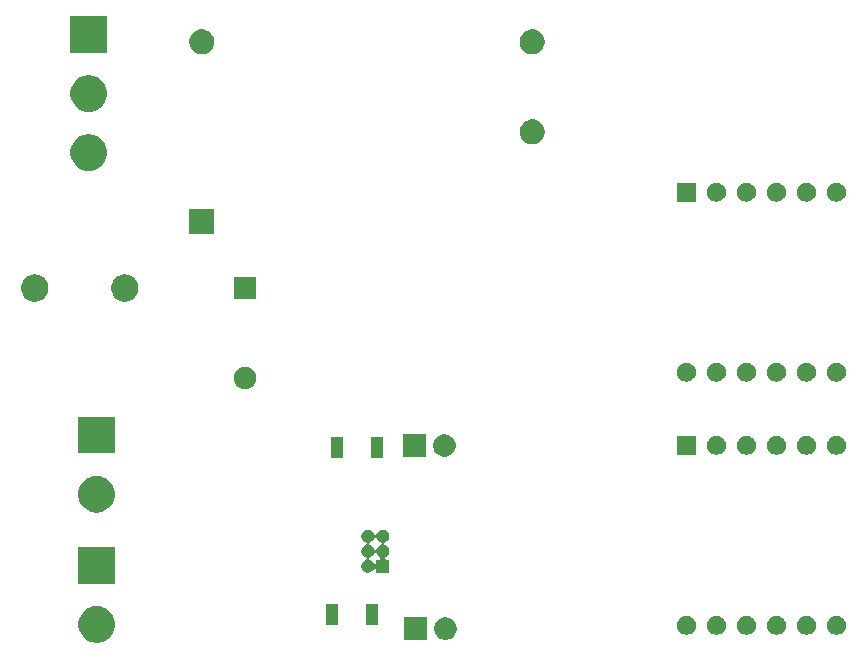
<source format=gbr>
G04 #@! TF.GenerationSoftware,KiCad,Pcbnew,(5.1.5)-3*
G04 #@! TF.CreationDate,2023-05-28T15:04:11-04:00*
G04 #@! TF.ProjectId,Controlador-temperatura,436f6e74-726f-46c6-9164-6f722d74656d,rev?*
G04 #@! TF.SameCoordinates,Original*
G04 #@! TF.FileFunction,Soldermask,Bot*
G04 #@! TF.FilePolarity,Negative*
%FSLAX46Y46*%
G04 Gerber Fmt 4.6, Leading zero omitted, Abs format (unit mm)*
G04 Created by KiCad (PCBNEW (5.1.5)-3) date 2023-05-28 15:04:11*
%MOMM*%
%LPD*%
G04 APERTURE LIST*
%ADD10C,0.100000*%
G04 APERTURE END LIST*
D10*
G36*
X43088885Y33998898D02*
G01*
X43238710Y33969096D01*
X43520974Y33852179D01*
X43775005Y33682441D01*
X43991041Y33466405D01*
X44160779Y33212374D01*
X44264874Y32961065D01*
X44277696Y32930109D01*
X44337125Y32631343D01*
X44337300Y32630460D01*
X44337300Y32324940D01*
X44277696Y32025290D01*
X44160779Y31743026D01*
X43991041Y31488995D01*
X43775005Y31272959D01*
X43520974Y31103221D01*
X43238710Y30986304D01*
X43088885Y30956502D01*
X42939061Y30926700D01*
X42633539Y30926700D01*
X42483715Y30956502D01*
X42333890Y30986304D01*
X42051626Y31103221D01*
X41797595Y31272959D01*
X41581559Y31488995D01*
X41411821Y31743026D01*
X41294904Y32025290D01*
X41235300Y32324940D01*
X41235300Y32630460D01*
X41235476Y32631343D01*
X41294904Y32930109D01*
X41307726Y32961065D01*
X41411821Y33212374D01*
X41581559Y33466405D01*
X41797595Y33682441D01*
X42051626Y33852179D01*
X42333890Y33969096D01*
X42483715Y33998898D01*
X42633539Y34028700D01*
X42939061Y34028700D01*
X43088885Y33998898D01*
G37*
G36*
X72578495Y33032754D02*
G01*
X72751566Y32961066D01*
X72751567Y32961065D01*
X72907327Y32856990D01*
X73039790Y32724527D01*
X73039791Y32724525D01*
X73143866Y32568766D01*
X73215554Y32395695D01*
X73252100Y32211967D01*
X73252100Y32024633D01*
X73215554Y31840905D01*
X73143866Y31667834D01*
X73116903Y31627481D01*
X73039790Y31512073D01*
X72907327Y31379610D01*
X72828918Y31327219D01*
X72751566Y31275534D01*
X72578495Y31203846D01*
X72394767Y31167300D01*
X72207433Y31167300D01*
X72023705Y31203846D01*
X71850634Y31275534D01*
X71773282Y31327219D01*
X71694873Y31379610D01*
X71562410Y31512073D01*
X71485297Y31627481D01*
X71458334Y31667834D01*
X71386646Y31840905D01*
X71350100Y32024633D01*
X71350100Y32211967D01*
X71386646Y32395695D01*
X71458334Y32568766D01*
X71562409Y32724525D01*
X71562410Y32724527D01*
X71694873Y32856990D01*
X71850633Y32961065D01*
X71850634Y32961066D01*
X72023705Y33032754D01*
X72207433Y33069300D01*
X72394767Y33069300D01*
X72578495Y33032754D01*
G37*
G36*
X70712100Y31167300D02*
G01*
X68810100Y31167300D01*
X68810100Y33069300D01*
X70712100Y33069300D01*
X70712100Y31167300D01*
G37*
G36*
X92943642Y33167919D02*
G01*
X93089414Y33107538D01*
X93089416Y33107537D01*
X93220608Y33019878D01*
X93332178Y32908308D01*
X93366467Y32856990D01*
X93419838Y32777114D01*
X93480219Y32631342D01*
X93511000Y32476593D01*
X93511000Y32318807D01*
X93480219Y32164058D01*
X93422739Y32025290D01*
X93419837Y32018284D01*
X93332178Y31887092D01*
X93220608Y31775522D01*
X93089416Y31687863D01*
X93089415Y31687862D01*
X93089414Y31687862D01*
X92943642Y31627481D01*
X92788893Y31596700D01*
X92631107Y31596700D01*
X92476358Y31627481D01*
X92330586Y31687862D01*
X92330585Y31687862D01*
X92330584Y31687863D01*
X92199392Y31775522D01*
X92087822Y31887092D01*
X92000163Y32018284D01*
X91997261Y32025290D01*
X91939781Y32164058D01*
X91909000Y32318807D01*
X91909000Y32476593D01*
X91939781Y32631342D01*
X92000162Y32777114D01*
X92053533Y32856990D01*
X92087822Y32908308D01*
X92199392Y33019878D01*
X92330584Y33107537D01*
X92330586Y33107538D01*
X92476358Y33167919D01*
X92631107Y33198700D01*
X92788893Y33198700D01*
X92943642Y33167919D01*
G37*
G36*
X95483642Y33167919D02*
G01*
X95629414Y33107538D01*
X95629416Y33107537D01*
X95760608Y33019878D01*
X95872178Y32908308D01*
X95906467Y32856990D01*
X95959838Y32777114D01*
X96020219Y32631342D01*
X96051000Y32476593D01*
X96051000Y32318807D01*
X96020219Y32164058D01*
X95962739Y32025290D01*
X95959837Y32018284D01*
X95872178Y31887092D01*
X95760608Y31775522D01*
X95629416Y31687863D01*
X95629415Y31687862D01*
X95629414Y31687862D01*
X95483642Y31627481D01*
X95328893Y31596700D01*
X95171107Y31596700D01*
X95016358Y31627481D01*
X94870586Y31687862D01*
X94870585Y31687862D01*
X94870584Y31687863D01*
X94739392Y31775522D01*
X94627822Y31887092D01*
X94540163Y32018284D01*
X94537261Y32025290D01*
X94479781Y32164058D01*
X94449000Y32318807D01*
X94449000Y32476593D01*
X94479781Y32631342D01*
X94540162Y32777114D01*
X94593533Y32856990D01*
X94627822Y32908308D01*
X94739392Y33019878D01*
X94870584Y33107537D01*
X94870586Y33107538D01*
X95016358Y33167919D01*
X95171107Y33198700D01*
X95328893Y33198700D01*
X95483642Y33167919D01*
G37*
G36*
X98023642Y33167919D02*
G01*
X98169414Y33107538D01*
X98169416Y33107537D01*
X98300608Y33019878D01*
X98412178Y32908308D01*
X98446467Y32856990D01*
X98499838Y32777114D01*
X98560219Y32631342D01*
X98591000Y32476593D01*
X98591000Y32318807D01*
X98560219Y32164058D01*
X98502739Y32025290D01*
X98499837Y32018284D01*
X98412178Y31887092D01*
X98300608Y31775522D01*
X98169416Y31687863D01*
X98169415Y31687862D01*
X98169414Y31687862D01*
X98023642Y31627481D01*
X97868893Y31596700D01*
X97711107Y31596700D01*
X97556358Y31627481D01*
X97410586Y31687862D01*
X97410585Y31687862D01*
X97410584Y31687863D01*
X97279392Y31775522D01*
X97167822Y31887092D01*
X97080163Y32018284D01*
X97077261Y32025290D01*
X97019781Y32164058D01*
X96989000Y32318807D01*
X96989000Y32476593D01*
X97019781Y32631342D01*
X97080162Y32777114D01*
X97133533Y32856990D01*
X97167822Y32908308D01*
X97279392Y33019878D01*
X97410584Y33107537D01*
X97410586Y33107538D01*
X97556358Y33167919D01*
X97711107Y33198700D01*
X97868893Y33198700D01*
X98023642Y33167919D01*
G37*
G36*
X100563642Y33167919D02*
G01*
X100709414Y33107538D01*
X100709416Y33107537D01*
X100840608Y33019878D01*
X100952178Y32908308D01*
X100986467Y32856990D01*
X101039838Y32777114D01*
X101100219Y32631342D01*
X101131000Y32476593D01*
X101131000Y32318807D01*
X101100219Y32164058D01*
X101042739Y32025290D01*
X101039837Y32018284D01*
X100952178Y31887092D01*
X100840608Y31775522D01*
X100709416Y31687863D01*
X100709415Y31687862D01*
X100709414Y31687862D01*
X100563642Y31627481D01*
X100408893Y31596700D01*
X100251107Y31596700D01*
X100096358Y31627481D01*
X99950586Y31687862D01*
X99950585Y31687862D01*
X99950584Y31687863D01*
X99819392Y31775522D01*
X99707822Y31887092D01*
X99620163Y32018284D01*
X99617261Y32025290D01*
X99559781Y32164058D01*
X99529000Y32318807D01*
X99529000Y32476593D01*
X99559781Y32631342D01*
X99620162Y32777114D01*
X99673533Y32856990D01*
X99707822Y32908308D01*
X99819392Y33019878D01*
X99950584Y33107537D01*
X99950586Y33107538D01*
X100096358Y33167919D01*
X100251107Y33198700D01*
X100408893Y33198700D01*
X100563642Y33167919D01*
G37*
G36*
X103103642Y33167919D02*
G01*
X103249414Y33107538D01*
X103249416Y33107537D01*
X103380608Y33019878D01*
X103492178Y32908308D01*
X103526467Y32856990D01*
X103579838Y32777114D01*
X103640219Y32631342D01*
X103671000Y32476593D01*
X103671000Y32318807D01*
X103640219Y32164058D01*
X103582739Y32025290D01*
X103579837Y32018284D01*
X103492178Y31887092D01*
X103380608Y31775522D01*
X103249416Y31687863D01*
X103249415Y31687862D01*
X103249414Y31687862D01*
X103103642Y31627481D01*
X102948893Y31596700D01*
X102791107Y31596700D01*
X102636358Y31627481D01*
X102490586Y31687862D01*
X102490585Y31687862D01*
X102490584Y31687863D01*
X102359392Y31775522D01*
X102247822Y31887092D01*
X102160163Y32018284D01*
X102157261Y32025290D01*
X102099781Y32164058D01*
X102069000Y32318807D01*
X102069000Y32476593D01*
X102099781Y32631342D01*
X102160162Y32777114D01*
X102213533Y32856990D01*
X102247822Y32908308D01*
X102359392Y33019878D01*
X102490584Y33107537D01*
X102490586Y33107538D01*
X102636358Y33167919D01*
X102791107Y33198700D01*
X102948893Y33198700D01*
X103103642Y33167919D01*
G37*
G36*
X105643642Y33167919D02*
G01*
X105789414Y33107538D01*
X105789416Y33107537D01*
X105920608Y33019878D01*
X106032178Y32908308D01*
X106066467Y32856990D01*
X106119838Y32777114D01*
X106180219Y32631342D01*
X106211000Y32476593D01*
X106211000Y32318807D01*
X106180219Y32164058D01*
X106122739Y32025290D01*
X106119837Y32018284D01*
X106032178Y31887092D01*
X105920608Y31775522D01*
X105789416Y31687863D01*
X105789415Y31687862D01*
X105789414Y31687862D01*
X105643642Y31627481D01*
X105488893Y31596700D01*
X105331107Y31596700D01*
X105176358Y31627481D01*
X105030586Y31687862D01*
X105030585Y31687862D01*
X105030584Y31687863D01*
X104899392Y31775522D01*
X104787822Y31887092D01*
X104700163Y32018284D01*
X104697261Y32025290D01*
X104639781Y32164058D01*
X104609000Y32318807D01*
X104609000Y32476593D01*
X104639781Y32631342D01*
X104700162Y32777114D01*
X104753533Y32856990D01*
X104787822Y32908308D01*
X104899392Y33019878D01*
X105030584Y33107537D01*
X105030586Y33107538D01*
X105176358Y33167919D01*
X105331107Y33198700D01*
X105488893Y33198700D01*
X105643642Y33167919D01*
G37*
G36*
X63202700Y32411100D02*
G01*
X62200700Y32411100D01*
X62200700Y34213100D01*
X63202700Y34213100D01*
X63202700Y32411100D01*
G37*
G36*
X66602700Y32411100D02*
G01*
X65600700Y32411100D01*
X65600700Y34213100D01*
X66602700Y34213100D01*
X66602700Y32411100D01*
G37*
G36*
X44337300Y35926700D02*
G01*
X41235300Y35926700D01*
X41235300Y39028700D01*
X44337300Y39028700D01*
X44337300Y35926700D01*
G37*
G36*
X65895921Y40484026D02*
G01*
X65996195Y40442491D01*
X65996196Y40442490D01*
X66086442Y40382190D01*
X66163190Y40305442D01*
X66163191Y40305440D01*
X66223491Y40215195D01*
X66254716Y40139811D01*
X66266267Y40118200D01*
X66281812Y40099259D01*
X66300754Y40083713D01*
X66322365Y40072162D01*
X66345814Y40065049D01*
X66370200Y40062647D01*
X66394586Y40065049D01*
X66418035Y40072162D01*
X66439646Y40083713D01*
X66458587Y40099258D01*
X66474133Y40118200D01*
X66485684Y40139811D01*
X66516909Y40215195D01*
X66577209Y40305440D01*
X66577210Y40305442D01*
X66653958Y40382190D01*
X66744204Y40442490D01*
X66744205Y40442491D01*
X66844479Y40484026D01*
X66950930Y40505200D01*
X67059470Y40505200D01*
X67165921Y40484026D01*
X67266195Y40442491D01*
X67266196Y40442490D01*
X67356442Y40382190D01*
X67433190Y40305442D01*
X67433191Y40305440D01*
X67493491Y40215195D01*
X67535026Y40114921D01*
X67556200Y40008470D01*
X67556200Y39899930D01*
X67535026Y39793479D01*
X67493491Y39693205D01*
X67493490Y39693204D01*
X67433190Y39602958D01*
X67356442Y39526210D01*
X67311012Y39495855D01*
X67266195Y39465909D01*
X67190811Y39434684D01*
X67169200Y39423133D01*
X67150259Y39407588D01*
X67134713Y39388646D01*
X67123162Y39367035D01*
X67116049Y39343586D01*
X67113647Y39319200D01*
X67116049Y39294814D01*
X67123162Y39271365D01*
X67134713Y39249754D01*
X67150258Y39230813D01*
X67169200Y39215267D01*
X67190811Y39203716D01*
X67266195Y39172491D01*
X67266196Y39172490D01*
X67356442Y39112190D01*
X67433190Y39035442D01*
X67433191Y39035440D01*
X67493491Y38945195D01*
X67535026Y38844921D01*
X67556200Y38738470D01*
X67556200Y38629930D01*
X67535026Y38523479D01*
X67493491Y38423205D01*
X67493490Y38423204D01*
X67433190Y38332958D01*
X67356442Y38256210D01*
X67325016Y38235212D01*
X67263536Y38194132D01*
X67244594Y38178586D01*
X67229049Y38159644D01*
X67217498Y38138033D01*
X67210385Y38114585D01*
X67207983Y38090198D01*
X67210385Y38065812D01*
X67217498Y38042363D01*
X67229049Y38020753D01*
X67244595Y38001811D01*
X67263537Y37986266D01*
X67285148Y37974715D01*
X67308596Y37967602D01*
X67332982Y37965200D01*
X67556200Y37965200D01*
X67556200Y36863200D01*
X66454200Y36863200D01*
X66454200Y37086418D01*
X66451798Y37110804D01*
X66444685Y37134253D01*
X66433134Y37155864D01*
X66417589Y37174806D01*
X66398647Y37190351D01*
X66377036Y37201902D01*
X66353587Y37209015D01*
X66329201Y37211417D01*
X66304815Y37209015D01*
X66281366Y37201902D01*
X66259755Y37190351D01*
X66240813Y37174806D01*
X66225268Y37155864D01*
X66184188Y37094384D01*
X66163190Y37062958D01*
X66086442Y36986210D01*
X66041012Y36955855D01*
X65996195Y36925909D01*
X65895921Y36884374D01*
X65789470Y36863200D01*
X65680930Y36863200D01*
X65574479Y36884374D01*
X65474205Y36925909D01*
X65429388Y36955855D01*
X65383958Y36986210D01*
X65307210Y37062958D01*
X65275241Y37110804D01*
X65246909Y37153205D01*
X65205374Y37253479D01*
X65184200Y37359930D01*
X65184200Y37468470D01*
X65205374Y37574921D01*
X65246909Y37675195D01*
X65307209Y37765440D01*
X65307210Y37765442D01*
X65383958Y37842190D01*
X65474204Y37902490D01*
X65474205Y37902491D01*
X65549589Y37933716D01*
X65571200Y37945267D01*
X65590141Y37960812D01*
X65605687Y37979754D01*
X65617238Y38001365D01*
X65624351Y38024814D01*
X65626753Y38049200D01*
X65843647Y38049200D01*
X65846049Y38024814D01*
X65853162Y38001365D01*
X65864713Y37979754D01*
X65880258Y37960813D01*
X65899200Y37945267D01*
X65920811Y37933716D01*
X65996195Y37902491D01*
X65996196Y37902490D01*
X66086442Y37842190D01*
X66163190Y37765442D01*
X66163191Y37765440D01*
X66225268Y37672536D01*
X66240814Y37653594D01*
X66259756Y37638049D01*
X66281367Y37626498D01*
X66304815Y37619385D01*
X66329202Y37616983D01*
X66353588Y37619385D01*
X66377037Y37626498D01*
X66398647Y37638049D01*
X66417589Y37653595D01*
X66433134Y37672537D01*
X66444685Y37694148D01*
X66451798Y37717596D01*
X66454200Y37741982D01*
X66454200Y37965200D01*
X66677418Y37965200D01*
X66701804Y37967602D01*
X66725253Y37974715D01*
X66746864Y37986266D01*
X66765806Y38001811D01*
X66781351Y38020753D01*
X66792902Y38042364D01*
X66800015Y38065813D01*
X66802417Y38090199D01*
X66800015Y38114585D01*
X66792902Y38138034D01*
X66781351Y38159645D01*
X66765806Y38178587D01*
X66746864Y38194132D01*
X66685384Y38235212D01*
X66653958Y38256210D01*
X66577210Y38332958D01*
X66516910Y38423204D01*
X66516909Y38423205D01*
X66485684Y38498589D01*
X66474133Y38520200D01*
X66458588Y38539141D01*
X66439646Y38554687D01*
X66418035Y38566238D01*
X66394586Y38573351D01*
X66370200Y38575753D01*
X66345814Y38573351D01*
X66322365Y38566238D01*
X66300754Y38554687D01*
X66281813Y38539142D01*
X66266267Y38520200D01*
X66254716Y38498589D01*
X66223491Y38423205D01*
X66223490Y38423204D01*
X66163190Y38332958D01*
X66086442Y38256210D01*
X66041012Y38225855D01*
X65996195Y38195909D01*
X65920811Y38164684D01*
X65899200Y38153133D01*
X65880259Y38137588D01*
X65864713Y38118646D01*
X65853162Y38097035D01*
X65846049Y38073586D01*
X65843647Y38049200D01*
X65626753Y38049200D01*
X65624351Y38073586D01*
X65617238Y38097035D01*
X65605687Y38118646D01*
X65590142Y38137587D01*
X65571200Y38153133D01*
X65549589Y38164684D01*
X65474205Y38195909D01*
X65429388Y38225855D01*
X65383958Y38256210D01*
X65307210Y38332958D01*
X65246910Y38423204D01*
X65246909Y38423205D01*
X65205374Y38523479D01*
X65184200Y38629930D01*
X65184200Y38738470D01*
X65205374Y38844921D01*
X65246909Y38945195D01*
X65307209Y39035440D01*
X65307210Y39035442D01*
X65383958Y39112190D01*
X65474204Y39172490D01*
X65474205Y39172491D01*
X65549589Y39203716D01*
X65571200Y39215267D01*
X65590141Y39230812D01*
X65605687Y39249754D01*
X65617238Y39271365D01*
X65624351Y39294814D01*
X65626753Y39319200D01*
X65843647Y39319200D01*
X65846049Y39294814D01*
X65853162Y39271365D01*
X65864713Y39249754D01*
X65880258Y39230813D01*
X65899200Y39215267D01*
X65920811Y39203716D01*
X65996195Y39172491D01*
X65996196Y39172490D01*
X66086442Y39112190D01*
X66163190Y39035442D01*
X66163191Y39035440D01*
X66223491Y38945195D01*
X66254716Y38869811D01*
X66266267Y38848200D01*
X66281812Y38829259D01*
X66300754Y38813713D01*
X66322365Y38802162D01*
X66345814Y38795049D01*
X66370200Y38792647D01*
X66394586Y38795049D01*
X66418035Y38802162D01*
X66439646Y38813713D01*
X66458587Y38829258D01*
X66474133Y38848200D01*
X66485684Y38869811D01*
X66516909Y38945195D01*
X66577209Y39035440D01*
X66577210Y39035442D01*
X66653958Y39112190D01*
X66744204Y39172490D01*
X66744205Y39172491D01*
X66819589Y39203716D01*
X66841200Y39215267D01*
X66860141Y39230812D01*
X66875687Y39249754D01*
X66887238Y39271365D01*
X66894351Y39294814D01*
X66896753Y39319200D01*
X66894351Y39343586D01*
X66887238Y39367035D01*
X66875687Y39388646D01*
X66860142Y39407587D01*
X66841200Y39423133D01*
X66819589Y39434684D01*
X66744205Y39465909D01*
X66699388Y39495855D01*
X66653958Y39526210D01*
X66577210Y39602958D01*
X66516910Y39693204D01*
X66516909Y39693205D01*
X66485684Y39768589D01*
X66474133Y39790200D01*
X66458588Y39809141D01*
X66439646Y39824687D01*
X66418035Y39836238D01*
X66394586Y39843351D01*
X66370200Y39845753D01*
X66345814Y39843351D01*
X66322365Y39836238D01*
X66300754Y39824687D01*
X66281813Y39809142D01*
X66266267Y39790200D01*
X66254716Y39768589D01*
X66223491Y39693205D01*
X66223490Y39693204D01*
X66163190Y39602958D01*
X66086442Y39526210D01*
X66041012Y39495855D01*
X65996195Y39465909D01*
X65920811Y39434684D01*
X65899200Y39423133D01*
X65880259Y39407588D01*
X65864713Y39388646D01*
X65853162Y39367035D01*
X65846049Y39343586D01*
X65843647Y39319200D01*
X65626753Y39319200D01*
X65624351Y39343586D01*
X65617238Y39367035D01*
X65605687Y39388646D01*
X65590142Y39407587D01*
X65571200Y39423133D01*
X65549589Y39434684D01*
X65474205Y39465909D01*
X65429388Y39495855D01*
X65383958Y39526210D01*
X65307210Y39602958D01*
X65246910Y39693204D01*
X65246909Y39693205D01*
X65205374Y39793479D01*
X65184200Y39899930D01*
X65184200Y40008470D01*
X65205374Y40114921D01*
X65246909Y40215195D01*
X65307209Y40305440D01*
X65307210Y40305442D01*
X65383958Y40382190D01*
X65474204Y40442490D01*
X65474205Y40442491D01*
X65574479Y40484026D01*
X65680930Y40505200D01*
X65789470Y40505200D01*
X65895921Y40484026D01*
G37*
G36*
X43050785Y45022498D02*
G01*
X43200610Y44992696D01*
X43482874Y44875779D01*
X43736905Y44706041D01*
X43952941Y44490005D01*
X44122679Y44235974D01*
X44239596Y43953710D01*
X44299200Y43654060D01*
X44299200Y43348540D01*
X44239596Y43048890D01*
X44122679Y42766626D01*
X43952941Y42512595D01*
X43736905Y42296559D01*
X43482874Y42126821D01*
X43200610Y42009904D01*
X43050785Y41980102D01*
X42900961Y41950300D01*
X42595439Y41950300D01*
X42445615Y41980102D01*
X42295790Y42009904D01*
X42013526Y42126821D01*
X41759495Y42296559D01*
X41543459Y42512595D01*
X41373721Y42766626D01*
X41256804Y43048890D01*
X41197200Y43348540D01*
X41197200Y43654060D01*
X41256804Y43953710D01*
X41373721Y44235974D01*
X41543459Y44490005D01*
X41759495Y44706041D01*
X42013526Y44875779D01*
X42295790Y44992696D01*
X42445615Y45022498D01*
X42595439Y45052300D01*
X42900961Y45052300D01*
X43050785Y45022498D01*
G37*
G36*
X67034500Y46571600D02*
G01*
X66032500Y46571600D01*
X66032500Y48373600D01*
X67034500Y48373600D01*
X67034500Y46571600D01*
G37*
G36*
X63634500Y46571600D02*
G01*
X62632500Y46571600D01*
X62632500Y48373600D01*
X63634500Y48373600D01*
X63634500Y46571600D01*
G37*
G36*
X70623200Y46674000D02*
G01*
X68721200Y46674000D01*
X68721200Y48576000D01*
X70623200Y48576000D01*
X70623200Y46674000D01*
G37*
G36*
X72489595Y48539454D02*
G01*
X72662666Y48467766D01*
X72662667Y48467765D01*
X72818427Y48363690D01*
X72950890Y48231227D01*
X72950891Y48231225D01*
X73054966Y48075466D01*
X73126654Y47902395D01*
X73163200Y47718667D01*
X73163200Y47531333D01*
X73126654Y47347605D01*
X73054966Y47174534D01*
X73054965Y47174533D01*
X72950890Y47018773D01*
X72818427Y46886310D01*
X72790247Y46867481D01*
X72662666Y46782234D01*
X72489595Y46710546D01*
X72305867Y46674000D01*
X72118533Y46674000D01*
X71934805Y46710546D01*
X71761734Y46782234D01*
X71634153Y46867481D01*
X71605973Y46886310D01*
X71473510Y47018773D01*
X71369435Y47174533D01*
X71369434Y47174534D01*
X71297746Y47347605D01*
X71261200Y47531333D01*
X71261200Y47718667D01*
X71297746Y47902395D01*
X71369434Y48075466D01*
X71473509Y48231225D01*
X71473510Y48231227D01*
X71605973Y48363690D01*
X71761733Y48467765D01*
X71761734Y48467766D01*
X71934805Y48539454D01*
X72118533Y48576000D01*
X72305867Y48576000D01*
X72489595Y48539454D01*
G37*
G36*
X93511000Y46836700D02*
G01*
X91909000Y46836700D01*
X91909000Y48438700D01*
X93511000Y48438700D01*
X93511000Y46836700D01*
G37*
G36*
X95483642Y48407919D02*
G01*
X95629414Y48347538D01*
X95629416Y48347537D01*
X95760608Y48259878D01*
X95872178Y48148308D01*
X95920848Y48075467D01*
X95959838Y48017114D01*
X96020219Y47871342D01*
X96051000Y47716593D01*
X96051000Y47558807D01*
X96020219Y47404058D01*
X95959838Y47258286D01*
X95959837Y47258284D01*
X95872178Y47127092D01*
X95760608Y47015522D01*
X95629416Y46927863D01*
X95629415Y46927862D01*
X95629414Y46927862D01*
X95483642Y46867481D01*
X95328893Y46836700D01*
X95171107Y46836700D01*
X95016358Y46867481D01*
X94870586Y46927862D01*
X94870585Y46927862D01*
X94870584Y46927863D01*
X94739392Y47015522D01*
X94627822Y47127092D01*
X94540163Y47258284D01*
X94540162Y47258286D01*
X94479781Y47404058D01*
X94449000Y47558807D01*
X94449000Y47716593D01*
X94479781Y47871342D01*
X94540162Y48017114D01*
X94579152Y48075467D01*
X94627822Y48148308D01*
X94739392Y48259878D01*
X94870584Y48347537D01*
X94870586Y48347538D01*
X95016358Y48407919D01*
X95171107Y48438700D01*
X95328893Y48438700D01*
X95483642Y48407919D01*
G37*
G36*
X98023642Y48407919D02*
G01*
X98169414Y48347538D01*
X98169416Y48347537D01*
X98300608Y48259878D01*
X98412178Y48148308D01*
X98460848Y48075467D01*
X98499838Y48017114D01*
X98560219Y47871342D01*
X98591000Y47716593D01*
X98591000Y47558807D01*
X98560219Y47404058D01*
X98499838Y47258286D01*
X98499837Y47258284D01*
X98412178Y47127092D01*
X98300608Y47015522D01*
X98169416Y46927863D01*
X98169415Y46927862D01*
X98169414Y46927862D01*
X98023642Y46867481D01*
X97868893Y46836700D01*
X97711107Y46836700D01*
X97556358Y46867481D01*
X97410586Y46927862D01*
X97410585Y46927862D01*
X97410584Y46927863D01*
X97279392Y47015522D01*
X97167822Y47127092D01*
X97080163Y47258284D01*
X97080162Y47258286D01*
X97019781Y47404058D01*
X96989000Y47558807D01*
X96989000Y47716593D01*
X97019781Y47871342D01*
X97080162Y48017114D01*
X97119152Y48075467D01*
X97167822Y48148308D01*
X97279392Y48259878D01*
X97410584Y48347537D01*
X97410586Y48347538D01*
X97556358Y48407919D01*
X97711107Y48438700D01*
X97868893Y48438700D01*
X98023642Y48407919D01*
G37*
G36*
X105643642Y48407919D02*
G01*
X105789414Y48347538D01*
X105789416Y48347537D01*
X105920608Y48259878D01*
X106032178Y48148308D01*
X106080848Y48075467D01*
X106119838Y48017114D01*
X106180219Y47871342D01*
X106211000Y47716593D01*
X106211000Y47558807D01*
X106180219Y47404058D01*
X106119838Y47258286D01*
X106119837Y47258284D01*
X106032178Y47127092D01*
X105920608Y47015522D01*
X105789416Y46927863D01*
X105789415Y46927862D01*
X105789414Y46927862D01*
X105643642Y46867481D01*
X105488893Y46836700D01*
X105331107Y46836700D01*
X105176358Y46867481D01*
X105030586Y46927862D01*
X105030585Y46927862D01*
X105030584Y46927863D01*
X104899392Y47015522D01*
X104787822Y47127092D01*
X104700163Y47258284D01*
X104700162Y47258286D01*
X104639781Y47404058D01*
X104609000Y47558807D01*
X104609000Y47716593D01*
X104639781Y47871342D01*
X104700162Y48017114D01*
X104739152Y48075467D01*
X104787822Y48148308D01*
X104899392Y48259878D01*
X105030584Y48347537D01*
X105030586Y48347538D01*
X105176358Y48407919D01*
X105331107Y48438700D01*
X105488893Y48438700D01*
X105643642Y48407919D01*
G37*
G36*
X100563642Y48407919D02*
G01*
X100709414Y48347538D01*
X100709416Y48347537D01*
X100840608Y48259878D01*
X100952178Y48148308D01*
X101000848Y48075467D01*
X101039838Y48017114D01*
X101100219Y47871342D01*
X101131000Y47716593D01*
X101131000Y47558807D01*
X101100219Y47404058D01*
X101039838Y47258286D01*
X101039837Y47258284D01*
X100952178Y47127092D01*
X100840608Y47015522D01*
X100709416Y46927863D01*
X100709415Y46927862D01*
X100709414Y46927862D01*
X100563642Y46867481D01*
X100408893Y46836700D01*
X100251107Y46836700D01*
X100096358Y46867481D01*
X99950586Y46927862D01*
X99950585Y46927862D01*
X99950584Y46927863D01*
X99819392Y47015522D01*
X99707822Y47127092D01*
X99620163Y47258284D01*
X99620162Y47258286D01*
X99559781Y47404058D01*
X99529000Y47558807D01*
X99529000Y47716593D01*
X99559781Y47871342D01*
X99620162Y48017114D01*
X99659152Y48075467D01*
X99707822Y48148308D01*
X99819392Y48259878D01*
X99950584Y48347537D01*
X99950586Y48347538D01*
X100096358Y48407919D01*
X100251107Y48438700D01*
X100408893Y48438700D01*
X100563642Y48407919D01*
G37*
G36*
X103103642Y48407919D02*
G01*
X103249414Y48347538D01*
X103249416Y48347537D01*
X103380608Y48259878D01*
X103492178Y48148308D01*
X103540848Y48075467D01*
X103579838Y48017114D01*
X103640219Y47871342D01*
X103671000Y47716593D01*
X103671000Y47558807D01*
X103640219Y47404058D01*
X103579838Y47258286D01*
X103579837Y47258284D01*
X103492178Y47127092D01*
X103380608Y47015522D01*
X103249416Y46927863D01*
X103249415Y46927862D01*
X103249414Y46927862D01*
X103103642Y46867481D01*
X102948893Y46836700D01*
X102791107Y46836700D01*
X102636358Y46867481D01*
X102490586Y46927862D01*
X102490585Y46927862D01*
X102490584Y46927863D01*
X102359392Y47015522D01*
X102247822Y47127092D01*
X102160163Y47258284D01*
X102160162Y47258286D01*
X102099781Y47404058D01*
X102069000Y47558807D01*
X102069000Y47716593D01*
X102099781Y47871342D01*
X102160162Y48017114D01*
X102199152Y48075467D01*
X102247822Y48148308D01*
X102359392Y48259878D01*
X102490584Y48347537D01*
X102490586Y48347538D01*
X102636358Y48407919D01*
X102791107Y48438700D01*
X102948893Y48438700D01*
X103103642Y48407919D01*
G37*
G36*
X44299200Y46950300D02*
G01*
X41197200Y46950300D01*
X41197200Y50052300D01*
X44299200Y50052300D01*
X44299200Y46950300D01*
G37*
G36*
X55598595Y54254454D02*
G01*
X55771666Y54182766D01*
X55771667Y54182765D01*
X55927427Y54078690D01*
X56059890Y53946227D01*
X56059891Y53946225D01*
X56163966Y53790466D01*
X56235654Y53617395D01*
X56272200Y53433667D01*
X56272200Y53246333D01*
X56235654Y53062605D01*
X56163966Y52889534D01*
X56163965Y52889533D01*
X56059890Y52733773D01*
X55927427Y52601310D01*
X55849018Y52548919D01*
X55771666Y52497234D01*
X55598595Y52425546D01*
X55414867Y52389000D01*
X55227533Y52389000D01*
X55043805Y52425546D01*
X54870734Y52497234D01*
X54793382Y52548919D01*
X54714973Y52601310D01*
X54582510Y52733773D01*
X54478435Y52889533D01*
X54478434Y52889534D01*
X54406746Y53062605D01*
X54370200Y53246333D01*
X54370200Y53433667D01*
X54406746Y53617395D01*
X54478434Y53790466D01*
X54582509Y53946225D01*
X54582510Y53946227D01*
X54714973Y54078690D01*
X54870733Y54182765D01*
X54870734Y54182766D01*
X55043805Y54254454D01*
X55227533Y54291000D01*
X55414867Y54291000D01*
X55598595Y54254454D01*
G37*
G36*
X92943642Y54605519D02*
G01*
X93089414Y54545138D01*
X93089416Y54545137D01*
X93220608Y54457478D01*
X93332178Y54345908D01*
X93419837Y54214716D01*
X93419838Y54214714D01*
X93480219Y54068942D01*
X93511000Y53914193D01*
X93511000Y53756407D01*
X93480219Y53601658D01*
X93419838Y53455886D01*
X93419837Y53455884D01*
X93332178Y53324692D01*
X93220608Y53213122D01*
X93089416Y53125463D01*
X93089415Y53125462D01*
X93089414Y53125462D01*
X92943642Y53065081D01*
X92788893Y53034300D01*
X92631107Y53034300D01*
X92476358Y53065081D01*
X92330586Y53125462D01*
X92330585Y53125462D01*
X92330584Y53125463D01*
X92199392Y53213122D01*
X92087822Y53324692D01*
X92000163Y53455884D01*
X92000162Y53455886D01*
X91939781Y53601658D01*
X91909000Y53756407D01*
X91909000Y53914193D01*
X91939781Y54068942D01*
X92000162Y54214714D01*
X92000163Y54214716D01*
X92087822Y54345908D01*
X92199392Y54457478D01*
X92330584Y54545137D01*
X92330586Y54545138D01*
X92476358Y54605519D01*
X92631107Y54636300D01*
X92788893Y54636300D01*
X92943642Y54605519D01*
G37*
G36*
X98023642Y54605519D02*
G01*
X98169414Y54545138D01*
X98169416Y54545137D01*
X98300608Y54457478D01*
X98412178Y54345908D01*
X98499837Y54214716D01*
X98499838Y54214714D01*
X98560219Y54068942D01*
X98591000Y53914193D01*
X98591000Y53756407D01*
X98560219Y53601658D01*
X98499838Y53455886D01*
X98499837Y53455884D01*
X98412178Y53324692D01*
X98300608Y53213122D01*
X98169416Y53125463D01*
X98169415Y53125462D01*
X98169414Y53125462D01*
X98023642Y53065081D01*
X97868893Y53034300D01*
X97711107Y53034300D01*
X97556358Y53065081D01*
X97410586Y53125462D01*
X97410585Y53125462D01*
X97410584Y53125463D01*
X97279392Y53213122D01*
X97167822Y53324692D01*
X97080163Y53455884D01*
X97080162Y53455886D01*
X97019781Y53601658D01*
X96989000Y53756407D01*
X96989000Y53914193D01*
X97019781Y54068942D01*
X97080162Y54214714D01*
X97080163Y54214716D01*
X97167822Y54345908D01*
X97279392Y54457478D01*
X97410584Y54545137D01*
X97410586Y54545138D01*
X97556358Y54605519D01*
X97711107Y54636300D01*
X97868893Y54636300D01*
X98023642Y54605519D01*
G37*
G36*
X100563642Y54605519D02*
G01*
X100709414Y54545138D01*
X100709416Y54545137D01*
X100840608Y54457478D01*
X100952178Y54345908D01*
X101039837Y54214716D01*
X101039838Y54214714D01*
X101100219Y54068942D01*
X101131000Y53914193D01*
X101131000Y53756407D01*
X101100219Y53601658D01*
X101039838Y53455886D01*
X101039837Y53455884D01*
X100952178Y53324692D01*
X100840608Y53213122D01*
X100709416Y53125463D01*
X100709415Y53125462D01*
X100709414Y53125462D01*
X100563642Y53065081D01*
X100408893Y53034300D01*
X100251107Y53034300D01*
X100096358Y53065081D01*
X99950586Y53125462D01*
X99950585Y53125462D01*
X99950584Y53125463D01*
X99819392Y53213122D01*
X99707822Y53324692D01*
X99620163Y53455884D01*
X99620162Y53455886D01*
X99559781Y53601658D01*
X99529000Y53756407D01*
X99529000Y53914193D01*
X99559781Y54068942D01*
X99620162Y54214714D01*
X99620163Y54214716D01*
X99707822Y54345908D01*
X99819392Y54457478D01*
X99950584Y54545137D01*
X99950586Y54545138D01*
X100096358Y54605519D01*
X100251107Y54636300D01*
X100408893Y54636300D01*
X100563642Y54605519D01*
G37*
G36*
X103103642Y54605519D02*
G01*
X103249414Y54545138D01*
X103249416Y54545137D01*
X103380608Y54457478D01*
X103492178Y54345908D01*
X103579837Y54214716D01*
X103579838Y54214714D01*
X103640219Y54068942D01*
X103671000Y53914193D01*
X103671000Y53756407D01*
X103640219Y53601658D01*
X103579838Y53455886D01*
X103579837Y53455884D01*
X103492178Y53324692D01*
X103380608Y53213122D01*
X103249416Y53125463D01*
X103249415Y53125462D01*
X103249414Y53125462D01*
X103103642Y53065081D01*
X102948893Y53034300D01*
X102791107Y53034300D01*
X102636358Y53065081D01*
X102490586Y53125462D01*
X102490585Y53125462D01*
X102490584Y53125463D01*
X102359392Y53213122D01*
X102247822Y53324692D01*
X102160163Y53455884D01*
X102160162Y53455886D01*
X102099781Y53601658D01*
X102069000Y53756407D01*
X102069000Y53914193D01*
X102099781Y54068942D01*
X102160162Y54214714D01*
X102160163Y54214716D01*
X102247822Y54345908D01*
X102359392Y54457478D01*
X102490584Y54545137D01*
X102490586Y54545138D01*
X102636358Y54605519D01*
X102791107Y54636300D01*
X102948893Y54636300D01*
X103103642Y54605519D01*
G37*
G36*
X105643642Y54605519D02*
G01*
X105789414Y54545138D01*
X105789416Y54545137D01*
X105920608Y54457478D01*
X106032178Y54345908D01*
X106119837Y54214716D01*
X106119838Y54214714D01*
X106180219Y54068942D01*
X106211000Y53914193D01*
X106211000Y53756407D01*
X106180219Y53601658D01*
X106119838Y53455886D01*
X106119837Y53455884D01*
X106032178Y53324692D01*
X105920608Y53213122D01*
X105789416Y53125463D01*
X105789415Y53125462D01*
X105789414Y53125462D01*
X105643642Y53065081D01*
X105488893Y53034300D01*
X105331107Y53034300D01*
X105176358Y53065081D01*
X105030586Y53125462D01*
X105030585Y53125462D01*
X105030584Y53125463D01*
X104899392Y53213122D01*
X104787822Y53324692D01*
X104700163Y53455884D01*
X104700162Y53455886D01*
X104639781Y53601658D01*
X104609000Y53756407D01*
X104609000Y53914193D01*
X104639781Y54068942D01*
X104700162Y54214714D01*
X104700163Y54214716D01*
X104787822Y54345908D01*
X104899392Y54457478D01*
X105030584Y54545137D01*
X105030586Y54545138D01*
X105176358Y54605519D01*
X105331107Y54636300D01*
X105488893Y54636300D01*
X105643642Y54605519D01*
G37*
G36*
X95483642Y54605519D02*
G01*
X95629414Y54545138D01*
X95629416Y54545137D01*
X95760608Y54457478D01*
X95872178Y54345908D01*
X95959837Y54214716D01*
X95959838Y54214714D01*
X96020219Y54068942D01*
X96051000Y53914193D01*
X96051000Y53756407D01*
X96020219Y53601658D01*
X95959838Y53455886D01*
X95959837Y53455884D01*
X95872178Y53324692D01*
X95760608Y53213122D01*
X95629416Y53125463D01*
X95629415Y53125462D01*
X95629414Y53125462D01*
X95483642Y53065081D01*
X95328893Y53034300D01*
X95171107Y53034300D01*
X95016358Y53065081D01*
X94870586Y53125462D01*
X94870585Y53125462D01*
X94870584Y53125463D01*
X94739392Y53213122D01*
X94627822Y53324692D01*
X94540163Y53455884D01*
X94540162Y53455886D01*
X94479781Y53601658D01*
X94449000Y53756407D01*
X94449000Y53914193D01*
X94479781Y54068942D01*
X94540162Y54214714D01*
X94540163Y54214716D01*
X94627822Y54345908D01*
X94739392Y54457478D01*
X94870584Y54545137D01*
X94870586Y54545138D01*
X95016358Y54605519D01*
X95171107Y54636300D01*
X95328893Y54636300D01*
X95483642Y54605519D01*
G37*
G36*
X45385749Y62088884D02*
G01*
X45496934Y62066768D01*
X45706403Y61980003D01*
X45894920Y61854040D01*
X46055240Y61693720D01*
X46181203Y61505203D01*
X46267968Y61295734D01*
X46312200Y61073364D01*
X46312200Y60846636D01*
X46267968Y60624266D01*
X46181203Y60414797D01*
X46055240Y60226280D01*
X45894920Y60065960D01*
X45706403Y59939997D01*
X45496934Y59853232D01*
X45385749Y59831116D01*
X45274565Y59809000D01*
X45047835Y59809000D01*
X44936651Y59831116D01*
X44825466Y59853232D01*
X44615997Y59939997D01*
X44427480Y60065960D01*
X44267160Y60226280D01*
X44141197Y60414797D01*
X44054432Y60624266D01*
X44010200Y60846636D01*
X44010200Y61073364D01*
X44054432Y61295734D01*
X44141197Y61505203D01*
X44267160Y61693720D01*
X44427480Y61854040D01*
X44615997Y61980003D01*
X44825466Y62066768D01*
X44936651Y62088884D01*
X45047835Y62111000D01*
X45274565Y62111000D01*
X45385749Y62088884D01*
G37*
G36*
X37765749Y62088884D02*
G01*
X37876934Y62066768D01*
X38086403Y61980003D01*
X38274920Y61854040D01*
X38435240Y61693720D01*
X38561203Y61505203D01*
X38647968Y61295734D01*
X38692200Y61073364D01*
X38692200Y60846636D01*
X38647968Y60624266D01*
X38561203Y60414797D01*
X38435240Y60226280D01*
X38274920Y60065960D01*
X38086403Y59939997D01*
X37876934Y59853232D01*
X37765749Y59831116D01*
X37654565Y59809000D01*
X37427835Y59809000D01*
X37316651Y59831116D01*
X37205466Y59853232D01*
X36995997Y59939997D01*
X36807480Y60065960D01*
X36647160Y60226280D01*
X36521197Y60414797D01*
X36434432Y60624266D01*
X36390200Y60846636D01*
X36390200Y61073364D01*
X36434432Y61295734D01*
X36521197Y61505203D01*
X36647160Y61693720D01*
X36807480Y61854040D01*
X36995997Y61980003D01*
X37205466Y62066768D01*
X37316651Y62088884D01*
X37427835Y62111000D01*
X37654565Y62111000D01*
X37765749Y62088884D01*
G37*
G36*
X56272200Y60009000D02*
G01*
X54370200Y60009000D01*
X54370200Y61911000D01*
X56272200Y61911000D01*
X56272200Y60009000D01*
G37*
G36*
X52714600Y65509700D02*
G01*
X50612600Y65509700D01*
X50612600Y67611700D01*
X52714600Y67611700D01*
X52714600Y65509700D01*
G37*
G36*
X105643642Y69845519D02*
G01*
X105789414Y69785138D01*
X105789416Y69785137D01*
X105920608Y69697478D01*
X106032178Y69585908D01*
X106119837Y69454716D01*
X106119838Y69454714D01*
X106180219Y69308942D01*
X106211000Y69154193D01*
X106211000Y68996407D01*
X106180219Y68841658D01*
X106119838Y68695886D01*
X106119837Y68695884D01*
X106032178Y68564692D01*
X105920608Y68453122D01*
X105789416Y68365463D01*
X105789415Y68365462D01*
X105789414Y68365462D01*
X105643642Y68305081D01*
X105488893Y68274300D01*
X105331107Y68274300D01*
X105176358Y68305081D01*
X105030586Y68365462D01*
X105030585Y68365462D01*
X105030584Y68365463D01*
X104899392Y68453122D01*
X104787822Y68564692D01*
X104700163Y68695884D01*
X104700162Y68695886D01*
X104639781Y68841658D01*
X104609000Y68996407D01*
X104609000Y69154193D01*
X104639781Y69308942D01*
X104700162Y69454714D01*
X104700163Y69454716D01*
X104787822Y69585908D01*
X104899392Y69697478D01*
X105030584Y69785137D01*
X105030586Y69785138D01*
X105176358Y69845519D01*
X105331107Y69876300D01*
X105488893Y69876300D01*
X105643642Y69845519D01*
G37*
G36*
X95483642Y69845519D02*
G01*
X95629414Y69785138D01*
X95629416Y69785137D01*
X95760608Y69697478D01*
X95872178Y69585908D01*
X95959837Y69454716D01*
X95959838Y69454714D01*
X96020219Y69308942D01*
X96051000Y69154193D01*
X96051000Y68996407D01*
X96020219Y68841658D01*
X95959838Y68695886D01*
X95959837Y68695884D01*
X95872178Y68564692D01*
X95760608Y68453122D01*
X95629416Y68365463D01*
X95629415Y68365462D01*
X95629414Y68365462D01*
X95483642Y68305081D01*
X95328893Y68274300D01*
X95171107Y68274300D01*
X95016358Y68305081D01*
X94870586Y68365462D01*
X94870585Y68365462D01*
X94870584Y68365463D01*
X94739392Y68453122D01*
X94627822Y68564692D01*
X94540163Y68695884D01*
X94540162Y68695886D01*
X94479781Y68841658D01*
X94449000Y68996407D01*
X94449000Y69154193D01*
X94479781Y69308942D01*
X94540162Y69454714D01*
X94540163Y69454716D01*
X94627822Y69585908D01*
X94739392Y69697478D01*
X94870584Y69785137D01*
X94870586Y69785138D01*
X95016358Y69845519D01*
X95171107Y69876300D01*
X95328893Y69876300D01*
X95483642Y69845519D01*
G37*
G36*
X100563642Y69845519D02*
G01*
X100709414Y69785138D01*
X100709416Y69785137D01*
X100840608Y69697478D01*
X100952178Y69585908D01*
X101039837Y69454716D01*
X101039838Y69454714D01*
X101100219Y69308942D01*
X101131000Y69154193D01*
X101131000Y68996407D01*
X101100219Y68841658D01*
X101039838Y68695886D01*
X101039837Y68695884D01*
X100952178Y68564692D01*
X100840608Y68453122D01*
X100709416Y68365463D01*
X100709415Y68365462D01*
X100709414Y68365462D01*
X100563642Y68305081D01*
X100408893Y68274300D01*
X100251107Y68274300D01*
X100096358Y68305081D01*
X99950586Y68365462D01*
X99950585Y68365462D01*
X99950584Y68365463D01*
X99819392Y68453122D01*
X99707822Y68564692D01*
X99620163Y68695884D01*
X99620162Y68695886D01*
X99559781Y68841658D01*
X99529000Y68996407D01*
X99529000Y69154193D01*
X99559781Y69308942D01*
X99620162Y69454714D01*
X99620163Y69454716D01*
X99707822Y69585908D01*
X99819392Y69697478D01*
X99950584Y69785137D01*
X99950586Y69785138D01*
X100096358Y69845519D01*
X100251107Y69876300D01*
X100408893Y69876300D01*
X100563642Y69845519D01*
G37*
G36*
X98023642Y69845519D02*
G01*
X98169414Y69785138D01*
X98169416Y69785137D01*
X98300608Y69697478D01*
X98412178Y69585908D01*
X98499837Y69454716D01*
X98499838Y69454714D01*
X98560219Y69308942D01*
X98591000Y69154193D01*
X98591000Y68996407D01*
X98560219Y68841658D01*
X98499838Y68695886D01*
X98499837Y68695884D01*
X98412178Y68564692D01*
X98300608Y68453122D01*
X98169416Y68365463D01*
X98169415Y68365462D01*
X98169414Y68365462D01*
X98023642Y68305081D01*
X97868893Y68274300D01*
X97711107Y68274300D01*
X97556358Y68305081D01*
X97410586Y68365462D01*
X97410585Y68365462D01*
X97410584Y68365463D01*
X97279392Y68453122D01*
X97167822Y68564692D01*
X97080163Y68695884D01*
X97080162Y68695886D01*
X97019781Y68841658D01*
X96989000Y68996407D01*
X96989000Y69154193D01*
X97019781Y69308942D01*
X97080162Y69454714D01*
X97080163Y69454716D01*
X97167822Y69585908D01*
X97279392Y69697478D01*
X97410584Y69785137D01*
X97410586Y69785138D01*
X97556358Y69845519D01*
X97711107Y69876300D01*
X97868893Y69876300D01*
X98023642Y69845519D01*
G37*
G36*
X93511000Y68274300D02*
G01*
X91909000Y68274300D01*
X91909000Y69876300D01*
X93511000Y69876300D01*
X93511000Y68274300D01*
G37*
G36*
X103103642Y69845519D02*
G01*
X103249414Y69785138D01*
X103249416Y69785137D01*
X103380608Y69697478D01*
X103492178Y69585908D01*
X103579837Y69454716D01*
X103579838Y69454714D01*
X103640219Y69308942D01*
X103671000Y69154193D01*
X103671000Y68996407D01*
X103640219Y68841658D01*
X103579838Y68695886D01*
X103579837Y68695884D01*
X103492178Y68564692D01*
X103380608Y68453122D01*
X103249416Y68365463D01*
X103249415Y68365462D01*
X103249414Y68365462D01*
X103103642Y68305081D01*
X102948893Y68274300D01*
X102791107Y68274300D01*
X102636358Y68305081D01*
X102490586Y68365462D01*
X102490585Y68365462D01*
X102490584Y68365463D01*
X102359392Y68453122D01*
X102247822Y68564692D01*
X102160163Y68695884D01*
X102160162Y68695886D01*
X102099781Y68841658D01*
X102069000Y68996407D01*
X102069000Y69154193D01*
X102099781Y69308942D01*
X102160162Y69454714D01*
X102160163Y69454716D01*
X102247822Y69585908D01*
X102359392Y69697478D01*
X102490584Y69785137D01*
X102490586Y69785138D01*
X102636358Y69845519D01*
X102791107Y69876300D01*
X102948893Y69876300D01*
X103103642Y69845519D01*
G37*
G36*
X42412585Y73941198D02*
G01*
X42562410Y73911396D01*
X42844674Y73794479D01*
X43098705Y73624741D01*
X43314741Y73408705D01*
X43484479Y73154674D01*
X43601396Y72872410D01*
X43661000Y72572760D01*
X43661000Y72267240D01*
X43601396Y71967590D01*
X43484479Y71685326D01*
X43314741Y71431295D01*
X43098705Y71215259D01*
X42844674Y71045521D01*
X42562410Y70928604D01*
X42412585Y70898802D01*
X42262761Y70869000D01*
X41957239Y70869000D01*
X41807415Y70898802D01*
X41657590Y70928604D01*
X41375326Y71045521D01*
X41121295Y71215259D01*
X40905259Y71431295D01*
X40735521Y71685326D01*
X40618604Y71967590D01*
X40559000Y72267240D01*
X40559000Y72572760D01*
X40618604Y72872410D01*
X40735521Y73154674D01*
X40905259Y73408705D01*
X41121295Y73624741D01*
X41375326Y73794479D01*
X41657590Y73911396D01*
X41807415Y73941198D01*
X41957239Y73971000D01*
X42262761Y73971000D01*
X42412585Y73941198D01*
G37*
G36*
X79970164Y75191311D02*
G01*
X80161433Y75112085D01*
X80161435Y75112084D01*
X80333573Y74997065D01*
X80479965Y74850673D01*
X80594985Y74678533D01*
X80674211Y74487264D01*
X80714600Y74284216D01*
X80714600Y74077184D01*
X80674211Y73874136D01*
X80641216Y73794479D01*
X80594984Y73682865D01*
X80479965Y73510727D01*
X80333573Y73364335D01*
X80161435Y73249316D01*
X80161434Y73249315D01*
X80161433Y73249315D01*
X79970164Y73170089D01*
X79767116Y73129700D01*
X79560084Y73129700D01*
X79357036Y73170089D01*
X79165767Y73249315D01*
X79165766Y73249315D01*
X79165765Y73249316D01*
X78993627Y73364335D01*
X78847235Y73510727D01*
X78732216Y73682865D01*
X78685984Y73794479D01*
X78652989Y73874136D01*
X78612600Y74077184D01*
X78612600Y74284216D01*
X78652989Y74487264D01*
X78732215Y74678533D01*
X78847235Y74850673D01*
X78993627Y74997065D01*
X79165765Y75112084D01*
X79165767Y75112085D01*
X79357036Y75191311D01*
X79560084Y75231700D01*
X79767116Y75231700D01*
X79970164Y75191311D01*
G37*
G36*
X42412585Y78941198D02*
G01*
X42562410Y78911396D01*
X42844674Y78794479D01*
X43098705Y78624741D01*
X43314741Y78408705D01*
X43484479Y78154674D01*
X43601396Y77872410D01*
X43661000Y77572760D01*
X43661000Y77267240D01*
X43601396Y76967590D01*
X43484479Y76685326D01*
X43314741Y76431295D01*
X43098705Y76215259D01*
X42844674Y76045521D01*
X42562410Y75928604D01*
X42412585Y75898802D01*
X42262761Y75869000D01*
X41957239Y75869000D01*
X41807415Y75898802D01*
X41657590Y75928604D01*
X41375326Y76045521D01*
X41121295Y76215259D01*
X40905259Y76431295D01*
X40735521Y76685326D01*
X40618604Y76967590D01*
X40559000Y77267240D01*
X40559000Y77572760D01*
X40618604Y77872410D01*
X40735521Y78154674D01*
X40905259Y78408705D01*
X41121295Y78624741D01*
X41375326Y78794479D01*
X41657590Y78911396D01*
X41807415Y78941198D01*
X41957239Y78971000D01*
X42262761Y78971000D01*
X42412585Y78941198D01*
G37*
G36*
X79970164Y82811311D02*
G01*
X80161433Y82732085D01*
X80161435Y82732084D01*
X80333573Y82617065D01*
X80479965Y82470673D01*
X80594985Y82298533D01*
X80674211Y82107264D01*
X80714600Y81904216D01*
X80714600Y81697184D01*
X80674211Y81494136D01*
X80594985Y81302867D01*
X80594984Y81302865D01*
X80479965Y81130727D01*
X80333573Y80984335D01*
X80161435Y80869316D01*
X80161434Y80869315D01*
X80161433Y80869315D01*
X79970164Y80790089D01*
X79767116Y80749700D01*
X79560084Y80749700D01*
X79357036Y80790089D01*
X79165767Y80869315D01*
X79165766Y80869315D01*
X79165765Y80869316D01*
X78993627Y80984335D01*
X78847235Y81130727D01*
X78732216Y81302865D01*
X78732215Y81302867D01*
X78652989Y81494136D01*
X78612600Y81697184D01*
X78612600Y81904216D01*
X78652989Y82107264D01*
X78732215Y82298533D01*
X78847235Y82470673D01*
X78993627Y82617065D01*
X79165765Y82732084D01*
X79165767Y82732085D01*
X79357036Y82811311D01*
X79560084Y82851700D01*
X79767116Y82851700D01*
X79970164Y82811311D01*
G37*
G36*
X51970164Y82811311D02*
G01*
X52161433Y82732085D01*
X52161435Y82732084D01*
X52333573Y82617065D01*
X52479965Y82470673D01*
X52594985Y82298533D01*
X52674211Y82107264D01*
X52714600Y81904216D01*
X52714600Y81697184D01*
X52674211Y81494136D01*
X52594985Y81302867D01*
X52594984Y81302865D01*
X52479965Y81130727D01*
X52333573Y80984335D01*
X52161435Y80869316D01*
X52161434Y80869315D01*
X52161433Y80869315D01*
X51970164Y80790089D01*
X51767116Y80749700D01*
X51560084Y80749700D01*
X51357036Y80790089D01*
X51165767Y80869315D01*
X51165766Y80869315D01*
X51165765Y80869316D01*
X50993627Y80984335D01*
X50847235Y81130727D01*
X50732216Y81302865D01*
X50732215Y81302867D01*
X50652989Y81494136D01*
X50612600Y81697184D01*
X50612600Y81904216D01*
X50652989Y82107264D01*
X50732215Y82298533D01*
X50847235Y82470673D01*
X50993627Y82617065D01*
X51165765Y82732084D01*
X51165767Y82732085D01*
X51357036Y82811311D01*
X51560084Y82851700D01*
X51767116Y82851700D01*
X51970164Y82811311D01*
G37*
G36*
X43661000Y80869000D02*
G01*
X40559000Y80869000D01*
X40559000Y83971000D01*
X43661000Y83971000D01*
X43661000Y80869000D01*
G37*
M02*

</source>
